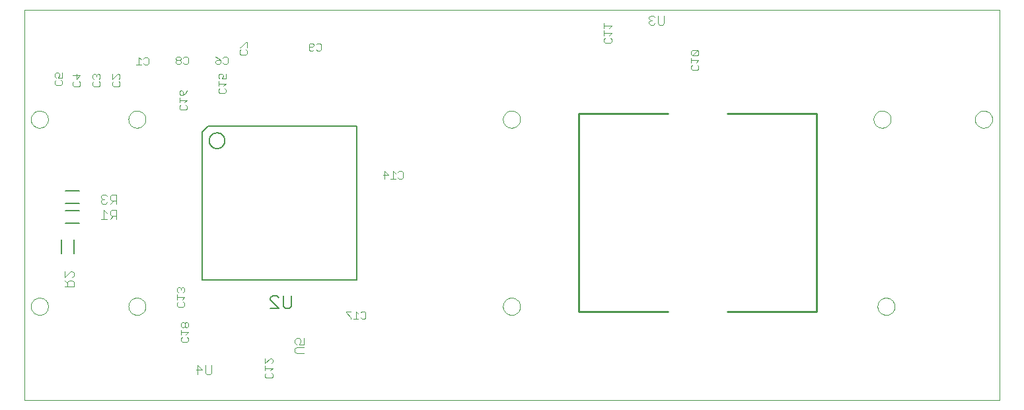
<source format=gbo>
G75*
G70*
%OFA0B0*%
%FSLAX24Y24*%
%IPPOS*%
%LPD*%
%AMOC8*
5,1,8,0,0,1.08239X$1,22.5*
%
%ADD10C,0.0000*%
%ADD11C,0.0030*%
%ADD12C,0.0040*%
%ADD13C,0.0060*%
%ADD14C,0.0070*%
%ADD15C,0.0100*%
D10*
X001762Y001671D02*
X001762Y021392D01*
X050959Y021392D01*
X050959Y001671D01*
X001762Y001671D01*
X002093Y006408D02*
X002095Y006450D01*
X002101Y006491D01*
X002111Y006532D01*
X002125Y006571D01*
X002143Y006609D01*
X002164Y006645D01*
X002188Y006679D01*
X002216Y006710D01*
X002247Y006739D01*
X002280Y006764D01*
X002316Y006786D01*
X002353Y006805D01*
X002392Y006820D01*
X002433Y006831D01*
X002474Y006838D01*
X002516Y006841D01*
X002557Y006840D01*
X002599Y006835D01*
X002640Y006826D01*
X002680Y006813D01*
X002718Y006796D01*
X002754Y006776D01*
X002789Y006752D01*
X002821Y006725D01*
X002850Y006695D01*
X002876Y006663D01*
X002899Y006628D01*
X002919Y006590D01*
X002934Y006552D01*
X002946Y006512D01*
X002954Y006471D01*
X002958Y006429D01*
X002958Y006387D01*
X002954Y006345D01*
X002946Y006304D01*
X002934Y006264D01*
X002919Y006226D01*
X002899Y006188D01*
X002876Y006153D01*
X002850Y006121D01*
X002821Y006091D01*
X002789Y006064D01*
X002754Y006040D01*
X002718Y006020D01*
X002680Y006003D01*
X002640Y005990D01*
X002599Y005981D01*
X002557Y005976D01*
X002516Y005975D01*
X002474Y005978D01*
X002433Y005985D01*
X002392Y005996D01*
X002353Y006011D01*
X002316Y006030D01*
X002280Y006052D01*
X002247Y006077D01*
X002216Y006106D01*
X002188Y006137D01*
X002164Y006171D01*
X002143Y006207D01*
X002125Y006245D01*
X002111Y006284D01*
X002101Y006325D01*
X002095Y006366D01*
X002093Y006408D01*
X007014Y006408D02*
X007016Y006450D01*
X007022Y006491D01*
X007032Y006532D01*
X007046Y006571D01*
X007064Y006609D01*
X007085Y006645D01*
X007109Y006679D01*
X007137Y006710D01*
X007168Y006739D01*
X007201Y006764D01*
X007237Y006786D01*
X007274Y006805D01*
X007313Y006820D01*
X007354Y006831D01*
X007395Y006838D01*
X007437Y006841D01*
X007478Y006840D01*
X007520Y006835D01*
X007561Y006826D01*
X007601Y006813D01*
X007639Y006796D01*
X007675Y006776D01*
X007710Y006752D01*
X007742Y006725D01*
X007771Y006695D01*
X007797Y006663D01*
X007820Y006628D01*
X007840Y006590D01*
X007855Y006552D01*
X007867Y006512D01*
X007875Y006471D01*
X007879Y006429D01*
X007879Y006387D01*
X007875Y006345D01*
X007867Y006304D01*
X007855Y006264D01*
X007840Y006226D01*
X007820Y006188D01*
X007797Y006153D01*
X007771Y006121D01*
X007742Y006091D01*
X007710Y006064D01*
X007675Y006040D01*
X007639Y006020D01*
X007601Y006003D01*
X007561Y005990D01*
X007520Y005981D01*
X007478Y005976D01*
X007437Y005975D01*
X007395Y005978D01*
X007354Y005985D01*
X007313Y005996D01*
X007274Y006011D01*
X007237Y006030D01*
X007201Y006052D01*
X007168Y006077D01*
X007137Y006106D01*
X007109Y006137D01*
X007085Y006171D01*
X007064Y006207D01*
X007046Y006245D01*
X007032Y006284D01*
X007022Y006325D01*
X007016Y006366D01*
X007014Y006408D01*
X025912Y006408D02*
X025914Y006450D01*
X025920Y006491D01*
X025930Y006532D01*
X025944Y006571D01*
X025962Y006609D01*
X025983Y006645D01*
X026007Y006679D01*
X026035Y006710D01*
X026066Y006739D01*
X026099Y006764D01*
X026135Y006786D01*
X026172Y006805D01*
X026211Y006820D01*
X026252Y006831D01*
X026293Y006838D01*
X026335Y006841D01*
X026376Y006840D01*
X026418Y006835D01*
X026459Y006826D01*
X026499Y006813D01*
X026537Y006796D01*
X026573Y006776D01*
X026608Y006752D01*
X026640Y006725D01*
X026669Y006695D01*
X026695Y006663D01*
X026718Y006628D01*
X026738Y006590D01*
X026753Y006552D01*
X026765Y006512D01*
X026773Y006471D01*
X026777Y006429D01*
X026777Y006387D01*
X026773Y006345D01*
X026765Y006304D01*
X026753Y006264D01*
X026738Y006226D01*
X026718Y006188D01*
X026695Y006153D01*
X026669Y006121D01*
X026640Y006091D01*
X026608Y006064D01*
X026573Y006040D01*
X026537Y006020D01*
X026499Y006003D01*
X026459Y005990D01*
X026418Y005981D01*
X026376Y005976D01*
X026335Y005975D01*
X026293Y005978D01*
X026252Y005985D01*
X026211Y005996D01*
X026172Y006011D01*
X026135Y006030D01*
X026099Y006052D01*
X026066Y006077D01*
X026035Y006106D01*
X026007Y006137D01*
X025983Y006171D01*
X025962Y006207D01*
X025944Y006245D01*
X025930Y006284D01*
X025920Y006325D01*
X025914Y006366D01*
X025912Y006408D01*
X044809Y006408D02*
X044811Y006450D01*
X044817Y006491D01*
X044827Y006532D01*
X044841Y006571D01*
X044859Y006609D01*
X044880Y006645D01*
X044904Y006679D01*
X044932Y006710D01*
X044963Y006739D01*
X044996Y006764D01*
X045032Y006786D01*
X045069Y006805D01*
X045108Y006820D01*
X045149Y006831D01*
X045190Y006838D01*
X045232Y006841D01*
X045273Y006840D01*
X045315Y006835D01*
X045356Y006826D01*
X045396Y006813D01*
X045434Y006796D01*
X045470Y006776D01*
X045505Y006752D01*
X045537Y006725D01*
X045566Y006695D01*
X045592Y006663D01*
X045615Y006628D01*
X045635Y006590D01*
X045650Y006552D01*
X045662Y006512D01*
X045670Y006471D01*
X045674Y006429D01*
X045674Y006387D01*
X045670Y006345D01*
X045662Y006304D01*
X045650Y006264D01*
X045635Y006226D01*
X045615Y006188D01*
X045592Y006153D01*
X045566Y006121D01*
X045537Y006091D01*
X045505Y006064D01*
X045470Y006040D01*
X045434Y006020D01*
X045396Y006003D01*
X045356Y005990D01*
X045315Y005981D01*
X045273Y005976D01*
X045232Y005975D01*
X045190Y005978D01*
X045149Y005985D01*
X045108Y005996D01*
X045069Y006011D01*
X045032Y006030D01*
X044996Y006052D01*
X044963Y006077D01*
X044932Y006106D01*
X044904Y006137D01*
X044880Y006171D01*
X044859Y006207D01*
X044841Y006245D01*
X044827Y006284D01*
X044817Y006325D01*
X044811Y006366D01*
X044809Y006408D01*
X044612Y015856D02*
X044614Y015898D01*
X044620Y015939D01*
X044630Y015980D01*
X044644Y016019D01*
X044662Y016057D01*
X044683Y016093D01*
X044707Y016127D01*
X044735Y016158D01*
X044766Y016187D01*
X044799Y016212D01*
X044835Y016234D01*
X044872Y016253D01*
X044911Y016268D01*
X044952Y016279D01*
X044993Y016286D01*
X045035Y016289D01*
X045076Y016288D01*
X045118Y016283D01*
X045159Y016274D01*
X045199Y016261D01*
X045237Y016244D01*
X045273Y016224D01*
X045308Y016200D01*
X045340Y016173D01*
X045369Y016143D01*
X045395Y016111D01*
X045418Y016076D01*
X045438Y016038D01*
X045453Y016000D01*
X045465Y015960D01*
X045473Y015919D01*
X045477Y015877D01*
X045477Y015835D01*
X045473Y015793D01*
X045465Y015752D01*
X045453Y015712D01*
X045438Y015674D01*
X045418Y015636D01*
X045395Y015601D01*
X045369Y015569D01*
X045340Y015539D01*
X045308Y015512D01*
X045273Y015488D01*
X045237Y015468D01*
X045199Y015451D01*
X045159Y015438D01*
X045118Y015429D01*
X045076Y015424D01*
X045035Y015423D01*
X044993Y015426D01*
X044952Y015433D01*
X044911Y015444D01*
X044872Y015459D01*
X044835Y015478D01*
X044799Y015500D01*
X044766Y015525D01*
X044735Y015554D01*
X044707Y015585D01*
X044683Y015619D01*
X044662Y015655D01*
X044644Y015693D01*
X044630Y015732D01*
X044620Y015773D01*
X044614Y015814D01*
X044612Y015856D01*
X049730Y015856D02*
X049732Y015898D01*
X049738Y015939D01*
X049748Y015980D01*
X049762Y016019D01*
X049780Y016057D01*
X049801Y016093D01*
X049825Y016127D01*
X049853Y016158D01*
X049884Y016187D01*
X049917Y016212D01*
X049953Y016234D01*
X049990Y016253D01*
X050029Y016268D01*
X050070Y016279D01*
X050111Y016286D01*
X050153Y016289D01*
X050194Y016288D01*
X050236Y016283D01*
X050277Y016274D01*
X050317Y016261D01*
X050355Y016244D01*
X050391Y016224D01*
X050426Y016200D01*
X050458Y016173D01*
X050487Y016143D01*
X050513Y016111D01*
X050536Y016076D01*
X050556Y016038D01*
X050571Y016000D01*
X050583Y015960D01*
X050591Y015919D01*
X050595Y015877D01*
X050595Y015835D01*
X050591Y015793D01*
X050583Y015752D01*
X050571Y015712D01*
X050556Y015674D01*
X050536Y015636D01*
X050513Y015601D01*
X050487Y015569D01*
X050458Y015539D01*
X050426Y015512D01*
X050391Y015488D01*
X050355Y015468D01*
X050317Y015451D01*
X050277Y015438D01*
X050236Y015429D01*
X050194Y015424D01*
X050153Y015423D01*
X050111Y015426D01*
X050070Y015433D01*
X050029Y015444D01*
X049990Y015459D01*
X049953Y015478D01*
X049917Y015500D01*
X049884Y015525D01*
X049853Y015554D01*
X049825Y015585D01*
X049801Y015619D01*
X049780Y015655D01*
X049762Y015693D01*
X049748Y015732D01*
X049738Y015773D01*
X049732Y015814D01*
X049730Y015856D01*
X025912Y015856D02*
X025914Y015898D01*
X025920Y015939D01*
X025930Y015980D01*
X025944Y016019D01*
X025962Y016057D01*
X025983Y016093D01*
X026007Y016127D01*
X026035Y016158D01*
X026066Y016187D01*
X026099Y016212D01*
X026135Y016234D01*
X026172Y016253D01*
X026211Y016268D01*
X026252Y016279D01*
X026293Y016286D01*
X026335Y016289D01*
X026376Y016288D01*
X026418Y016283D01*
X026459Y016274D01*
X026499Y016261D01*
X026537Y016244D01*
X026573Y016224D01*
X026608Y016200D01*
X026640Y016173D01*
X026669Y016143D01*
X026695Y016111D01*
X026718Y016076D01*
X026738Y016038D01*
X026753Y016000D01*
X026765Y015960D01*
X026773Y015919D01*
X026777Y015877D01*
X026777Y015835D01*
X026773Y015793D01*
X026765Y015752D01*
X026753Y015712D01*
X026738Y015674D01*
X026718Y015636D01*
X026695Y015601D01*
X026669Y015569D01*
X026640Y015539D01*
X026608Y015512D01*
X026573Y015488D01*
X026537Y015468D01*
X026499Y015451D01*
X026459Y015438D01*
X026418Y015429D01*
X026376Y015424D01*
X026335Y015423D01*
X026293Y015426D01*
X026252Y015433D01*
X026211Y015444D01*
X026172Y015459D01*
X026135Y015478D01*
X026099Y015500D01*
X026066Y015525D01*
X026035Y015554D01*
X026007Y015585D01*
X025983Y015619D01*
X025962Y015655D01*
X025944Y015693D01*
X025930Y015732D01*
X025920Y015773D01*
X025914Y015814D01*
X025912Y015856D01*
X007014Y015856D02*
X007016Y015898D01*
X007022Y015939D01*
X007032Y015980D01*
X007046Y016019D01*
X007064Y016057D01*
X007085Y016093D01*
X007109Y016127D01*
X007137Y016158D01*
X007168Y016187D01*
X007201Y016212D01*
X007237Y016234D01*
X007274Y016253D01*
X007313Y016268D01*
X007354Y016279D01*
X007395Y016286D01*
X007437Y016289D01*
X007478Y016288D01*
X007520Y016283D01*
X007561Y016274D01*
X007601Y016261D01*
X007639Y016244D01*
X007675Y016224D01*
X007710Y016200D01*
X007742Y016173D01*
X007771Y016143D01*
X007797Y016111D01*
X007820Y016076D01*
X007840Y016038D01*
X007855Y016000D01*
X007867Y015960D01*
X007875Y015919D01*
X007879Y015877D01*
X007879Y015835D01*
X007875Y015793D01*
X007867Y015752D01*
X007855Y015712D01*
X007840Y015674D01*
X007820Y015636D01*
X007797Y015601D01*
X007771Y015569D01*
X007742Y015539D01*
X007710Y015512D01*
X007675Y015488D01*
X007639Y015468D01*
X007601Y015451D01*
X007561Y015438D01*
X007520Y015429D01*
X007478Y015424D01*
X007437Y015423D01*
X007395Y015426D01*
X007354Y015433D01*
X007313Y015444D01*
X007274Y015459D01*
X007237Y015478D01*
X007201Y015500D01*
X007168Y015525D01*
X007137Y015554D01*
X007109Y015585D01*
X007085Y015619D01*
X007064Y015655D01*
X007046Y015693D01*
X007032Y015732D01*
X007022Y015773D01*
X007016Y015814D01*
X007014Y015856D01*
X002093Y015856D02*
X002095Y015898D01*
X002101Y015939D01*
X002111Y015980D01*
X002125Y016019D01*
X002143Y016057D01*
X002164Y016093D01*
X002188Y016127D01*
X002216Y016158D01*
X002247Y016187D01*
X002280Y016212D01*
X002316Y016234D01*
X002353Y016253D01*
X002392Y016268D01*
X002433Y016279D01*
X002474Y016286D01*
X002516Y016289D01*
X002557Y016288D01*
X002599Y016283D01*
X002640Y016274D01*
X002680Y016261D01*
X002718Y016244D01*
X002754Y016224D01*
X002789Y016200D01*
X002821Y016173D01*
X002850Y016143D01*
X002876Y016111D01*
X002899Y016076D01*
X002919Y016038D01*
X002934Y016000D01*
X002946Y015960D01*
X002954Y015919D01*
X002958Y015877D01*
X002958Y015835D01*
X002954Y015793D01*
X002946Y015752D01*
X002934Y015712D01*
X002919Y015674D01*
X002899Y015636D01*
X002876Y015601D01*
X002850Y015569D01*
X002821Y015539D01*
X002789Y015512D01*
X002754Y015488D01*
X002718Y015468D01*
X002680Y015451D01*
X002640Y015438D01*
X002599Y015429D01*
X002557Y015424D01*
X002516Y015423D01*
X002474Y015426D01*
X002433Y015433D01*
X002392Y015444D01*
X002353Y015459D01*
X002316Y015478D01*
X002280Y015500D01*
X002247Y015525D01*
X002216Y015554D01*
X002188Y015585D01*
X002164Y015619D01*
X002143Y015655D01*
X002125Y015693D01*
X002111Y015732D01*
X002101Y015773D01*
X002095Y015814D01*
X002093Y015856D01*
D11*
X004208Y017578D02*
X004269Y017517D01*
X004516Y017517D01*
X004578Y017578D01*
X004578Y017702D01*
X004516Y017764D01*
X004393Y017885D02*
X004393Y018132D01*
X004578Y018070D02*
X004393Y017885D01*
X004269Y017764D02*
X004208Y017702D01*
X004208Y017578D01*
X003663Y017646D02*
X003601Y017584D01*
X003354Y017584D01*
X003293Y017646D01*
X003293Y017769D01*
X003354Y017831D01*
X003354Y017952D02*
X003293Y018014D01*
X003293Y018137D01*
X003354Y018199D01*
X003478Y018199D01*
X003539Y018137D01*
X003539Y018076D01*
X003478Y017952D01*
X003663Y017952D01*
X003663Y018199D01*
X003601Y017831D02*
X003663Y017769D01*
X003663Y017646D01*
X004208Y018070D02*
X004578Y018070D01*
X005208Y018070D02*
X005208Y017947D01*
X005269Y017885D01*
X005269Y017764D02*
X005208Y017702D01*
X005208Y017578D01*
X005269Y017517D01*
X005516Y017517D01*
X005578Y017578D01*
X005578Y017702D01*
X005516Y017764D01*
X005516Y017885D02*
X005578Y017947D01*
X005578Y018070D01*
X005516Y018132D01*
X005454Y018132D01*
X005393Y018070D01*
X005331Y018132D01*
X005269Y018132D01*
X005208Y018070D01*
X005393Y018070D02*
X005393Y018008D01*
X006208Y018132D02*
X006208Y017885D01*
X006454Y018132D01*
X006516Y018132D01*
X006578Y018070D01*
X006578Y017947D01*
X006516Y017885D01*
X006516Y017764D02*
X006578Y017702D01*
X006578Y017578D01*
X006516Y017517D01*
X006269Y017517D01*
X006208Y017578D01*
X006208Y017702D01*
X006269Y017764D01*
X007412Y018615D02*
X007659Y018615D01*
X007535Y018615D02*
X007535Y018985D01*
X007659Y018862D01*
X007780Y018924D02*
X007842Y018985D01*
X007965Y018985D01*
X008027Y018924D01*
X008027Y018677D01*
X007965Y018615D01*
X007842Y018615D01*
X007780Y018677D01*
X009412Y018708D02*
X009473Y018647D01*
X009597Y018647D01*
X009659Y018708D01*
X009659Y018770D01*
X009597Y018832D01*
X009473Y018832D01*
X009412Y018770D01*
X009412Y018708D01*
X009473Y018832D02*
X009412Y018893D01*
X009412Y018955D01*
X009473Y019017D01*
X009597Y019017D01*
X009659Y018955D01*
X009659Y018893D01*
X009597Y018832D01*
X009780Y018955D02*
X009842Y019017D01*
X009965Y019017D01*
X010027Y018955D01*
X010027Y018708D01*
X009965Y018647D01*
X009842Y018647D01*
X009780Y018708D01*
X011412Y018708D02*
X011412Y018770D01*
X011473Y018832D01*
X011659Y018832D01*
X011659Y018708D01*
X011597Y018647D01*
X011473Y018647D01*
X011412Y018708D01*
X011535Y018955D02*
X011659Y018832D01*
X011780Y018955D02*
X011842Y019017D01*
X011965Y019017D01*
X012027Y018955D01*
X012027Y018708D01*
X011965Y018647D01*
X011842Y018647D01*
X011780Y018708D01*
X011535Y018955D02*
X011412Y019017D01*
X012617Y019185D02*
X012679Y019123D01*
X012926Y019123D01*
X012987Y019185D01*
X012987Y019308D01*
X012926Y019370D01*
X012987Y019491D02*
X012987Y019738D01*
X012926Y019738D01*
X012679Y019491D01*
X012617Y019491D01*
X012679Y019370D02*
X012617Y019308D01*
X012617Y019185D01*
X011920Y018151D02*
X011920Y017905D01*
X011735Y017905D01*
X011797Y018028D01*
X011797Y018090D01*
X011735Y018151D01*
X011612Y018151D01*
X011550Y018090D01*
X011550Y017966D01*
X011612Y017905D01*
X011550Y017783D02*
X011550Y017536D01*
X011550Y017660D02*
X011920Y017660D01*
X011797Y017536D01*
X011859Y017415D02*
X011920Y017353D01*
X011920Y017230D01*
X011859Y017168D01*
X011612Y017168D01*
X011550Y017230D01*
X011550Y017353D01*
X011612Y017415D01*
X009952Y017315D02*
X009890Y017191D01*
X009767Y017068D01*
X009767Y017253D01*
X009705Y017315D01*
X009643Y017315D01*
X009582Y017253D01*
X009582Y017130D01*
X009643Y017068D01*
X009767Y017068D01*
X009582Y016947D02*
X009582Y016700D01*
X009582Y016823D02*
X009952Y016823D01*
X009828Y016700D01*
X009890Y016578D02*
X009952Y016517D01*
X009952Y016393D01*
X009890Y016331D01*
X009643Y016331D01*
X009582Y016393D01*
X009582Y016517D01*
X009643Y016578D01*
X016116Y019384D02*
X016116Y019631D01*
X016178Y019692D01*
X016301Y019692D01*
X016363Y019631D01*
X016363Y019569D01*
X016301Y019507D01*
X016116Y019507D01*
X016116Y019384D02*
X016178Y019322D01*
X016301Y019322D01*
X016363Y019384D01*
X016484Y019384D02*
X016546Y019322D01*
X016669Y019322D01*
X016731Y019384D01*
X016731Y019631D01*
X016669Y019692D01*
X016546Y019692D01*
X016484Y019631D01*
X019935Y013230D02*
X020121Y013045D01*
X019874Y013045D01*
X019935Y012860D02*
X019935Y013230D01*
X020365Y013230D02*
X020489Y013106D01*
X020610Y013168D02*
X020672Y013230D01*
X020795Y013230D01*
X020857Y013168D01*
X020857Y012921D01*
X020795Y012860D01*
X020672Y012860D01*
X020610Y012921D01*
X020489Y012860D02*
X020242Y012860D01*
X020365Y012860D02*
X020365Y013230D01*
X009840Y007305D02*
X009778Y007367D01*
X009717Y007367D01*
X009655Y007305D01*
X009593Y007367D01*
X009531Y007367D01*
X009470Y007305D01*
X009470Y007181D01*
X009531Y007120D01*
X009470Y006998D02*
X009470Y006751D01*
X009470Y006875D02*
X009840Y006875D01*
X009717Y006751D01*
X009778Y006630D02*
X009840Y006568D01*
X009840Y006445D01*
X009778Y006383D01*
X009531Y006383D01*
X009470Y006445D01*
X009470Y006568D01*
X009531Y006630D01*
X009778Y007120D02*
X009840Y007181D01*
X009840Y007305D01*
X009655Y007305D02*
X009655Y007243D01*
X009728Y005595D02*
X009667Y005533D01*
X009667Y005410D01*
X009728Y005348D01*
X009790Y005348D01*
X009852Y005410D01*
X009852Y005533D01*
X009790Y005595D01*
X009728Y005595D01*
X009852Y005533D02*
X009914Y005595D01*
X009975Y005595D01*
X010037Y005533D01*
X010037Y005410D01*
X009975Y005348D01*
X009914Y005348D01*
X009852Y005410D01*
X009667Y005227D02*
X009667Y004980D01*
X009667Y005103D02*
X010037Y005103D01*
X009914Y004980D01*
X009975Y004858D02*
X010037Y004797D01*
X010037Y004673D01*
X009975Y004612D01*
X009728Y004612D01*
X009667Y004673D01*
X009667Y004797D01*
X009728Y004858D01*
X013912Y003781D02*
X013912Y003535D01*
X014159Y003781D01*
X014221Y003781D01*
X014283Y003720D01*
X014283Y003596D01*
X014221Y003535D01*
X014283Y003290D02*
X013912Y003290D01*
X013912Y003413D02*
X013912Y003166D01*
X013974Y003045D02*
X013912Y002983D01*
X013912Y002860D01*
X013974Y002798D01*
X014221Y002798D01*
X014283Y002860D01*
X014283Y002983D01*
X014221Y003045D01*
X014159Y003166D02*
X014283Y003290D01*
X017996Y006095D02*
X018243Y005848D01*
X018243Y005786D01*
X018365Y005786D02*
X018611Y005786D01*
X018488Y005786D02*
X018488Y006157D01*
X018611Y006033D01*
X018733Y006095D02*
X018795Y006157D01*
X018918Y006157D01*
X018980Y006095D01*
X018980Y005848D01*
X018918Y005786D01*
X018795Y005786D01*
X018733Y005848D01*
X018243Y006157D02*
X017996Y006157D01*
X017996Y006095D01*
X035409Y018407D02*
X035409Y018531D01*
X035470Y018593D01*
X035409Y018714D02*
X035409Y018961D01*
X035409Y018838D02*
X035779Y018838D01*
X035656Y018714D01*
X035717Y018593D02*
X035779Y018531D01*
X035779Y018407D01*
X035717Y018346D01*
X035470Y018346D01*
X035409Y018407D01*
X035470Y019082D02*
X035409Y019144D01*
X035409Y019268D01*
X035470Y019329D01*
X035717Y019329D01*
X035470Y019082D01*
X035717Y019082D01*
X035779Y019144D01*
X035779Y019268D01*
X035717Y019329D01*
X031385Y019775D02*
X031323Y019713D01*
X031076Y019713D01*
X031015Y019775D01*
X031015Y019898D01*
X031076Y019960D01*
X031015Y020082D02*
X031015Y020328D01*
X031015Y020450D02*
X031015Y020697D01*
X031015Y020573D02*
X031385Y020573D01*
X031262Y020450D01*
X031385Y020205D02*
X031015Y020205D01*
X031262Y020082D02*
X031385Y020205D01*
X031323Y019960D02*
X031385Y019898D01*
X031385Y019775D01*
D12*
X033272Y020699D02*
X033349Y020622D01*
X033502Y020622D01*
X033579Y020699D01*
X033732Y020699D02*
X033732Y021083D01*
X033579Y021006D02*
X033502Y021083D01*
X033349Y021083D01*
X033272Y021006D01*
X033272Y020929D01*
X033349Y020853D01*
X033272Y020776D01*
X033272Y020699D01*
X033349Y020853D02*
X033425Y020853D01*
X033732Y020699D02*
X033809Y020622D01*
X033962Y020622D01*
X034039Y020699D01*
X034039Y021083D01*
X006404Y012054D02*
X006404Y011594D01*
X006404Y011747D02*
X006174Y011747D01*
X006097Y011824D01*
X006097Y011977D01*
X006174Y012054D01*
X006404Y012054D01*
X005944Y011977D02*
X005867Y012054D01*
X005714Y012054D01*
X005637Y011977D01*
X005637Y011901D01*
X005714Y011824D01*
X005637Y011747D01*
X005637Y011670D01*
X005714Y011594D01*
X005867Y011594D01*
X005944Y011670D01*
X006097Y011594D02*
X006251Y011747D01*
X005791Y011824D02*
X005714Y011824D01*
X005776Y011273D02*
X005776Y010813D01*
X005623Y010813D02*
X005930Y010813D01*
X006083Y010813D02*
X006236Y010966D01*
X006160Y010966D02*
X006390Y010966D01*
X006390Y010813D02*
X006390Y011273D01*
X006160Y011273D01*
X006083Y011196D01*
X006083Y011043D01*
X006160Y010966D01*
X005930Y011119D02*
X005776Y011273D01*
X004176Y008178D02*
X004253Y008101D01*
X004253Y007948D01*
X004176Y007871D01*
X004176Y007718D02*
X004023Y007718D01*
X003946Y007641D01*
X003946Y007411D01*
X003946Y007564D02*
X003793Y007718D01*
X003793Y007871D02*
X004099Y008178D01*
X004176Y008178D01*
X003793Y008178D02*
X003793Y007871D01*
X004176Y007718D02*
X004253Y007641D01*
X004253Y007411D01*
X003793Y007411D01*
X010510Y003436D02*
X010740Y003206D01*
X010433Y003206D01*
X010510Y002976D02*
X010510Y003436D01*
X010893Y003436D02*
X010893Y003053D01*
X010970Y002976D01*
X011123Y002976D01*
X011200Y003053D01*
X011200Y003436D01*
X015405Y004109D02*
X015405Y004263D01*
X015482Y004339D01*
X015865Y004339D01*
X015865Y004493D02*
X015635Y004493D01*
X015712Y004646D01*
X015712Y004723D01*
X015635Y004800D01*
X015482Y004800D01*
X015405Y004723D01*
X015405Y004569D01*
X015482Y004493D01*
X015865Y004493D02*
X015865Y004800D01*
X015865Y004032D02*
X015482Y004032D01*
X015405Y004109D01*
D13*
X018519Y007737D02*
X010745Y007737D01*
X010745Y015216D01*
X011040Y015511D01*
X018519Y015511D01*
X018519Y007737D01*
X004545Y010618D02*
X003836Y010618D01*
X003836Y011248D02*
X004545Y011248D01*
X004535Y011618D02*
X003826Y011618D01*
X003826Y012248D02*
X004535Y012248D01*
X004250Y009793D02*
X004250Y009084D01*
X003620Y009084D02*
X003620Y009793D01*
X011088Y014774D02*
X011090Y014814D01*
X011096Y014853D01*
X011106Y014892D01*
X011120Y014929D01*
X011138Y014965D01*
X011159Y014999D01*
X011183Y015031D01*
X011211Y015060D01*
X011241Y015086D01*
X011274Y015108D01*
X011308Y015128D01*
X011345Y015143D01*
X011383Y015155D01*
X011422Y015163D01*
X011462Y015167D01*
X011502Y015167D01*
X011542Y015163D01*
X011581Y015155D01*
X011619Y015143D01*
X011656Y015128D01*
X011690Y015108D01*
X011723Y015086D01*
X011753Y015060D01*
X011781Y015031D01*
X011805Y014999D01*
X011826Y014965D01*
X011844Y014929D01*
X011858Y014892D01*
X011868Y014853D01*
X011874Y014814D01*
X011876Y014774D01*
X011874Y014734D01*
X011868Y014695D01*
X011858Y014656D01*
X011844Y014619D01*
X011826Y014583D01*
X011805Y014549D01*
X011781Y014517D01*
X011753Y014488D01*
X011723Y014462D01*
X011690Y014440D01*
X011656Y014420D01*
X011619Y014405D01*
X011581Y014393D01*
X011542Y014385D01*
X011502Y014381D01*
X011462Y014381D01*
X011422Y014385D01*
X011383Y014393D01*
X011345Y014405D01*
X011308Y014420D01*
X011274Y014440D01*
X011241Y014462D01*
X011211Y014488D01*
X011183Y014517D01*
X011159Y014549D01*
X011138Y014583D01*
X011120Y014619D01*
X011106Y014656D01*
X011096Y014695D01*
X011090Y014734D01*
X011088Y014774D01*
D14*
X014282Y006940D02*
X014492Y006940D01*
X014597Y006835D01*
X014822Y006940D02*
X014822Y006414D01*
X014927Y006309D01*
X015137Y006309D01*
X015242Y006414D01*
X015242Y006940D01*
X014282Y006940D02*
X014177Y006835D01*
X014177Y006729D01*
X014597Y006309D01*
X014177Y006309D01*
D15*
X029723Y006152D02*
X034223Y006152D01*
X037223Y006152D02*
X041723Y006152D01*
X041723Y016152D01*
X037223Y016152D01*
X034223Y016152D02*
X029723Y016152D01*
X029723Y006152D01*
M02*

</source>
